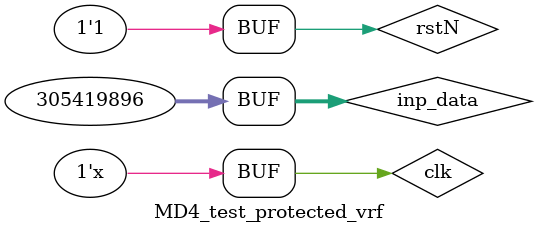
<source format=sv>

module MD4_test_protected_vrf();

parameter p_inp_data_len = 32;
parameter p_width = 32;

logic clk;
logic rstN;

logic [p_inp_data_len-1:0]  inp_data;
logic [p_width*4-1:0]       outp_data;

md4_pipe
    #( 
        .p_inp_data_len(p_inp_data_len),
        .p_width(p_width)
        )
        DUT
    (
        .clk(clk),
        .rstN(rstN),
        .inp_data(inp_data),
        .outp_data(outp_data)
        );
initial
    begin
        clk=1'b0;
        rstN=1'b0;
        inp_data[p_width-1      :0]         = 32'h12345678;
       // inp_data[p_width*2-1    :p_width]   = 32'h12121212;
       // inp_data[p_width*3-1    :p_width*2] = 32'h34343434;
       // inp_data[p_width*4-1    :p_width*3] = 32'h56565656;
        #100ns;
        rstN=1'b1;
    end

always
    #5 clk=~clk;



endmodule: MD4_test_protected_vrf

</source>
